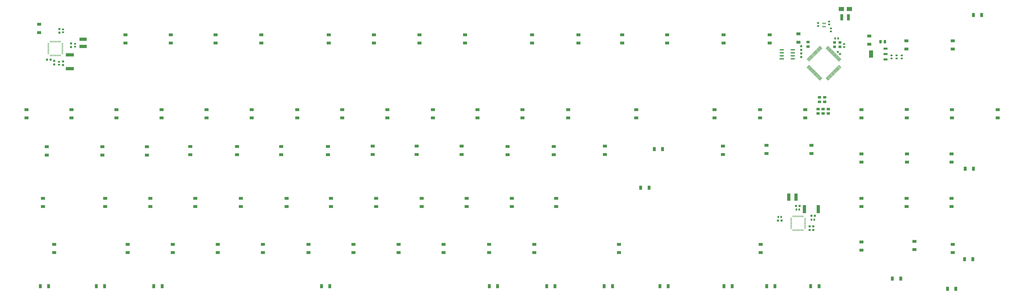
<source format=gbr>
%TF.GenerationSoftware,KiCad,Pcbnew,(5.1.8)-1*%
%TF.CreationDate,2021-04-07T21:25:26-04:00*%
%TF.ProjectId,694200101,36393432-3030-4313-9031-2e6b69636164,rev?*%
%TF.SameCoordinates,Original*%
%TF.FileFunction,Paste,Bot*%
%TF.FilePolarity,Positive*%
%FSLAX46Y46*%
G04 Gerber Fmt 4.6, Leading zero omitted, Abs format (unit mm)*
G04 Created by KiCad (PCBNEW (5.1.8)-1) date 2021-04-07 21:25:26*
%MOMM*%
%LPD*%
G01*
G04 APERTURE LIST*
%ADD10R,0.750000X0.200000*%
%ADD11R,0.200000X0.750000*%
%ADD12R,0.350000X0.750000*%
%ADD13R,1.300000X1.700000*%
%ADD14R,1.700000X1.300000*%
%ADD15R,0.862132X0.690831*%
%ADD16R,2.184400X1.651000*%
%ADD17R,0.708716X0.812132*%
%ADD18R,0.812132X0.708716*%
%ADD19R,0.812132X0.758142*%
%ADD20R,0.812132X0.708142*%
%ADD21R,0.758142X0.812132*%
%ADD22C,0.100000*%
%ADD23R,1.380000X1.010000*%
%ADD24R,1.300000X1.100000*%
%ADD25R,1.340000X3.020000*%
%ADD26R,3.020000X1.340000*%
%ADD27R,0.930000X0.950000*%
%ADD28R,0.950000X0.930000*%
%ADD29R,1.330000X3.460000*%
%ADD30R,3.460000X1.330000*%
%ADD31R,0.900000X0.970000*%
%ADD32R,0.970000X0.900000*%
%ADD33R,1.761200X3.150799*%
%ADD34R,1.761200X0.850800*%
%ADD35R,1.874066X0.512132*%
G04 APERTURE END LIST*
%TO.C,C25*%
G36*
G01*
X379280000Y-15527000D02*
X379280000Y-16477000D01*
G75*
G02*
X379030000Y-16727000I-250000J0D01*
G01*
X378530000Y-16727000D01*
G75*
G02*
X378280000Y-16477000I0J250000D01*
G01*
X378280000Y-15527000D01*
G75*
G02*
X378530000Y-15277000I250000J0D01*
G01*
X379030000Y-15277000D01*
G75*
G02*
X379280000Y-15527000I0J-250000D01*
G01*
G37*
G36*
G01*
X381180000Y-15527000D02*
X381180000Y-16477000D01*
G75*
G02*
X380930000Y-16727000I-250000J0D01*
G01*
X380430000Y-16727000D01*
G75*
G02*
X380180000Y-16477000I0J250000D01*
G01*
X380180000Y-15527000D01*
G75*
G02*
X380430000Y-15277000I250000J0D01*
G01*
X380930000Y-15277000D01*
G75*
G02*
X381180000Y-15527000I0J-250000D01*
G01*
G37*
%TD*%
D10*
%TO.C,U6*%
X346926999Y-95062400D03*
X346926999Y-94662400D03*
X346926999Y-94262400D03*
X346926999Y-93862400D03*
X346926999Y-93462400D03*
X346926999Y-93062400D03*
X346926999Y-92662400D03*
X346926999Y-92262400D03*
X346926999Y-91862400D03*
X346926999Y-91462400D03*
X346926999Y-91062400D03*
X346926999Y-90662400D03*
D11*
X346201999Y-89937400D03*
X345801999Y-89937400D03*
X345401999Y-89937400D03*
X345001999Y-89937400D03*
X344601999Y-89937400D03*
X344201999Y-89937400D03*
X343801999Y-89937400D03*
X343401999Y-89937400D03*
X343001999Y-89937400D03*
X342601999Y-89937400D03*
X342201999Y-89937400D03*
X341801999Y-89937400D03*
D10*
X341076999Y-90662400D03*
X341076999Y-91062400D03*
X341076999Y-91462400D03*
X341076999Y-91862400D03*
X341076999Y-92262400D03*
X341076999Y-92662400D03*
X341076999Y-93062400D03*
X341076999Y-93462400D03*
X341076999Y-93862400D03*
X341076999Y-94262400D03*
X341076999Y-94662400D03*
X341076999Y-95062400D03*
D11*
X341801999Y-95787400D03*
X342201999Y-95787400D03*
X342601999Y-95787400D03*
X343001999Y-95787400D03*
X343401999Y-95787400D03*
X343801999Y-95787400D03*
X344201999Y-95787400D03*
X344601999Y-95787400D03*
X345001999Y-95787400D03*
X345401999Y-95787400D03*
X345801999Y-95787400D03*
X346201999Y-95787400D03*
%TD*%
%TO.C,U5*%
X28534000Y-21848000D03*
X28934000Y-21848000D03*
X29334000Y-21848000D03*
X29734000Y-21848000D03*
X30134000Y-21848000D03*
X30534000Y-21848000D03*
X30934000Y-21848000D03*
X31334000Y-21848000D03*
X31734000Y-21848000D03*
X32134000Y-21848000D03*
X32534000Y-21848000D03*
X32934000Y-21848000D03*
D10*
X33659000Y-21123000D03*
X33659000Y-20723000D03*
X33659000Y-20323000D03*
X33659000Y-19923000D03*
X33659000Y-19523000D03*
X33659000Y-19123000D03*
X33659000Y-18723000D03*
X33659000Y-18323000D03*
X33659000Y-17923000D03*
X33659000Y-17523000D03*
X33659000Y-17123000D03*
X33659000Y-16723000D03*
D11*
X32934000Y-15998000D03*
X32534000Y-15998000D03*
X32134000Y-15998000D03*
X31734000Y-15998000D03*
X31334000Y-15998000D03*
X30934000Y-15998000D03*
X30534000Y-15998000D03*
X30134000Y-15998000D03*
X29734000Y-15998000D03*
X29334000Y-15998000D03*
X28934000Y-15998000D03*
X28534000Y-15998000D03*
D10*
X27809000Y-16723000D03*
X27809000Y-17123000D03*
X27809000Y-17523000D03*
X27809000Y-17923000D03*
X27809000Y-18323000D03*
X27809000Y-18723000D03*
X27809000Y-19123000D03*
X27809000Y-19523000D03*
X27809000Y-19923000D03*
X27809000Y-20323000D03*
X27809000Y-20723000D03*
X27809000Y-21123000D03*
%TD*%
D12*
%TO.C,U2*%
X355490400Y-9681600D03*
X354990400Y-9681600D03*
X354490400Y-9681600D03*
X354490400Y-8301600D03*
X354990400Y-8301600D03*
X355490400Y-8301600D03*
%TD*%
D13*
%TO.C,D108*%
X417750000Y-108000000D03*
X414250000Y-108000000D03*
%TD*%
%TO.C,D107*%
X418000000Y-69750000D03*
X414500000Y-69750000D03*
%TD*%
D14*
%TO.C,D106*%
X428250000Y-44750000D03*
X428250000Y-48250000D03*
%TD*%
D13*
%TO.C,D105*%
X410550000Y-120600000D03*
X407050000Y-120600000D03*
%TD*%
D14*
%TO.C,D104*%
X409250000Y-101750000D03*
X409250000Y-105250000D03*
%TD*%
%TO.C,D103*%
X408750000Y-82250000D03*
X408750000Y-85750000D03*
%TD*%
%TO.C,D102*%
X408750000Y-63500000D03*
X408750000Y-67000000D03*
%TD*%
%TO.C,D101*%
X408962500Y-44750000D03*
X408962500Y-48250000D03*
%TD*%
%TO.C,D100*%
X409287500Y-15650000D03*
X409287500Y-19150000D03*
%TD*%
%TO.C,D99*%
X393065000Y-100485000D03*
X393065000Y-103985000D03*
%TD*%
%TO.C,D98*%
X389787500Y-82250000D03*
X389787500Y-85750000D03*
%TD*%
%TO.C,D97*%
X390000000Y-63500000D03*
X390000000Y-67000000D03*
%TD*%
%TO.C,D96*%
X389890000Y-44732000D03*
X389890000Y-48232000D03*
%TD*%
%TO.C,D95*%
X389750000Y-15650000D03*
X389750000Y-19150000D03*
%TD*%
D13*
%TO.C,D94*%
X421500000Y-4699000D03*
X418000000Y-4699000D03*
%TD*%
%TO.C,D93*%
X383822000Y-116205000D03*
X387322000Y-116205000D03*
%TD*%
D14*
%TO.C,D92*%
X370750000Y-100739000D03*
X370750000Y-104239000D03*
%TD*%
%TO.C,D91*%
X370750000Y-82250000D03*
X370750000Y-85750000D03*
%TD*%
%TO.C,D90*%
X370750000Y-63500000D03*
X370750000Y-67000000D03*
%TD*%
%TO.C,D89*%
X370750000Y-44750000D03*
X370750000Y-48250000D03*
%TD*%
%TO.C,D88*%
X374015000Y-13617000D03*
X374015000Y-17117000D03*
%TD*%
D13*
%TO.C,D87*%
X349350001Y-119500000D03*
X352850001Y-119500000D03*
%TD*%
D14*
%TO.C,D86*%
X349660500Y-59845000D03*
X349660500Y-63345000D03*
%TD*%
%TO.C,D85*%
X347037500Y-44750000D03*
X347037500Y-48250000D03*
%TD*%
%TO.C,D84*%
X344170000Y-12728000D03*
X344170000Y-16228000D03*
%TD*%
D13*
%TO.C,D83*%
X330750000Y-119500000D03*
X334250000Y-119500000D03*
%TD*%
D14*
%TO.C,D82*%
X328250000Y-101750000D03*
X328250000Y-105250000D03*
%TD*%
%TO.C,D81*%
X330708000Y-59845000D03*
X330708000Y-63345000D03*
%TD*%
%TO.C,D80*%
X328000000Y-44750000D03*
X328000000Y-48250000D03*
%TD*%
%TO.C,D79*%
X332060000Y-13110000D03*
X332060000Y-16610000D03*
%TD*%
D13*
%TO.C,D78*%
X312750000Y-119500000D03*
X316250000Y-119500000D03*
%TD*%
D14*
%TO.C,D77*%
X312293000Y-60226000D03*
X312293000Y-63726000D03*
%TD*%
%TO.C,D76*%
X308750000Y-44750000D03*
X308750000Y-48250000D03*
%TD*%
%TO.C,D75*%
X312560000Y-13110000D03*
X312560000Y-16610000D03*
%TD*%
D13*
%TO.C,D74*%
X285750000Y-119500000D03*
X289250000Y-119500000D03*
%TD*%
%TO.C,D73*%
X283365000Y-61468000D03*
X286865000Y-61468000D03*
%TD*%
D14*
%TO.C,D72*%
X275750000Y-44750000D03*
X275750000Y-48250000D03*
%TD*%
%TO.C,D71*%
X288810000Y-13110000D03*
X288810000Y-16610000D03*
%TD*%
D13*
%TO.C,D70*%
X262250000Y-119500000D03*
X265750000Y-119500000D03*
%TD*%
D14*
%TO.C,D69*%
X268500000Y-101750000D03*
X268500000Y-105250000D03*
%TD*%
D13*
%TO.C,D68*%
X277650000Y-77800000D03*
X281150000Y-77800000D03*
%TD*%
D14*
%TO.C,D67*%
X262509000Y-60226000D03*
X262509000Y-63726000D03*
%TD*%
%TO.C,D66*%
X269810000Y-13110000D03*
X269810000Y-16610000D03*
%TD*%
%TO.C,D65*%
X242000000Y-82250000D03*
X242000000Y-85750000D03*
%TD*%
%TO.C,D64*%
X240919000Y-60353000D03*
X240919000Y-63853000D03*
%TD*%
%TO.C,D63*%
X247037500Y-44750000D03*
X247037500Y-48250000D03*
%TD*%
%TO.C,D62*%
X251333000Y-13109000D03*
X251333000Y-16609000D03*
%TD*%
D13*
%TO.C,D61*%
X238000000Y-119500000D03*
X241500000Y-119500000D03*
%TD*%
D14*
%TO.C,D60*%
X232787500Y-101750000D03*
X232787500Y-105250000D03*
%TD*%
%TO.C,D59*%
X223287500Y-82250000D03*
X223287500Y-85750000D03*
%TD*%
%TO.C,D58*%
X221488000Y-60353000D03*
X221488000Y-63853000D03*
%TD*%
%TO.C,D57*%
X227750000Y-44750000D03*
X227750000Y-48250000D03*
%TD*%
%TO.C,D56*%
X231810000Y-13110000D03*
X231810000Y-16610000D03*
%TD*%
D13*
%TO.C,D55*%
X213750000Y-119500000D03*
X217250000Y-119500000D03*
%TD*%
D14*
%TO.C,D54*%
X213712500Y-101750000D03*
X213712500Y-105250000D03*
%TD*%
%TO.C,D53*%
X204250000Y-82250000D03*
X204250000Y-85750000D03*
%TD*%
%TO.C,D52*%
X202057000Y-60226000D03*
X202057000Y-63726000D03*
%TD*%
%TO.C,D51*%
X208750000Y-44750000D03*
X208750000Y-48250000D03*
%TD*%
%TO.C,D50*%
X203560000Y-13110000D03*
X203560000Y-16610000D03*
%TD*%
%TO.C,D49*%
X194500000Y-101750000D03*
X194500000Y-105250000D03*
%TD*%
%TO.C,D48*%
X185250000Y-82250000D03*
X185250000Y-85750000D03*
%TD*%
%TO.C,D47*%
X183134000Y-60226000D03*
X183134000Y-63726000D03*
%TD*%
%TO.C,D46*%
X190000000Y-44750000D03*
X190000000Y-48250000D03*
%TD*%
%TO.C,D45*%
X184310000Y-13110000D03*
X184310000Y-16610000D03*
%TD*%
%TO.C,D44*%
X175500000Y-101750000D03*
X175500000Y-105250000D03*
%TD*%
%TO.C,D43*%
X166000000Y-82250000D03*
X166000000Y-85750000D03*
%TD*%
%TO.C,D42*%
X164592000Y-60226000D03*
X164592000Y-63726000D03*
%TD*%
%TO.C,D41*%
X170750000Y-44750000D03*
X170750000Y-48250000D03*
%TD*%
%TO.C,D40*%
X165060000Y-13110000D03*
X165060000Y-16610000D03*
%TD*%
%TO.C,D39*%
X156500000Y-101750000D03*
X156500000Y-105250000D03*
%TD*%
%TO.C,D38*%
X147000000Y-82250000D03*
X147000000Y-85750000D03*
%TD*%
%TO.C,D37*%
X145669000Y-60353000D03*
X145669000Y-63853000D03*
%TD*%
%TO.C,D36*%
X151750000Y-44750000D03*
X151750000Y-48250000D03*
%TD*%
%TO.C,D35*%
X146060000Y-13110000D03*
X146060000Y-16610000D03*
%TD*%
D13*
%TO.C,D34*%
X143000000Y-119500000D03*
X146500000Y-119500000D03*
%TD*%
D14*
%TO.C,D33*%
X137500000Y-101750000D03*
X137500000Y-105250000D03*
%TD*%
%TO.C,D32*%
X128250000Y-82250000D03*
X128250000Y-85750000D03*
%TD*%
%TO.C,D31*%
X125984000Y-60353000D03*
X125984000Y-63853000D03*
%TD*%
%TO.C,D30*%
X132750000Y-44750000D03*
X132750000Y-48250000D03*
%TD*%
%TO.C,D29*%
X118250000Y-101750000D03*
X118250000Y-105250000D03*
%TD*%
%TO.C,D28*%
X109000000Y-82250000D03*
X109000000Y-85750000D03*
%TD*%
%TO.C,D27*%
X107315000Y-60353000D03*
X107315000Y-63853000D03*
%TD*%
%TO.C,D26*%
X113500000Y-44750000D03*
X113500000Y-48250000D03*
%TD*%
%TO.C,D25*%
X117560000Y-13110000D03*
X117560000Y-16610000D03*
%TD*%
%TO.C,D24*%
X99250000Y-101750000D03*
X99250000Y-105250000D03*
%TD*%
%TO.C,D23*%
X89750000Y-82250000D03*
X89750000Y-85750000D03*
%TD*%
%TO.C,D22*%
X87630000Y-60353000D03*
X87630000Y-63853000D03*
%TD*%
%TO.C,D21*%
X94500000Y-44750000D03*
X94500000Y-48250000D03*
%TD*%
%TO.C,D20*%
X98310000Y-13110000D03*
X98310000Y-16610000D03*
%TD*%
D13*
%TO.C,D19*%
X72250000Y-119500000D03*
X75750000Y-119500000D03*
%TD*%
D14*
%TO.C,D18*%
X80250000Y-101750000D03*
X80250000Y-105250000D03*
%TD*%
%TO.C,D17*%
X70750000Y-82250000D03*
X70750000Y-85750000D03*
%TD*%
%TO.C,D16*%
X69342000Y-60480000D03*
X69342000Y-63980000D03*
%TD*%
%TO.C,D15*%
X75500000Y-44750000D03*
X75500000Y-48250000D03*
%TD*%
%TO.C,D14*%
X79375000Y-13110000D03*
X79375000Y-16610000D03*
%TD*%
%TO.C,D13*%
X61250000Y-101750000D03*
X61250000Y-105250000D03*
%TD*%
%TO.C,D12*%
X51750000Y-82250000D03*
X51750000Y-85750000D03*
%TD*%
%TO.C,D11*%
X50546000Y-60480000D03*
X50546000Y-63980000D03*
%TD*%
%TO.C,D10*%
X56500000Y-44750000D03*
X56500000Y-48250000D03*
%TD*%
%TO.C,D9*%
X60310000Y-13110000D03*
X60310000Y-16610000D03*
%TD*%
D13*
%TO.C,D8*%
X48000000Y-119500000D03*
X51500000Y-119500000D03*
%TD*%
D14*
%TO.C,D7*%
X30250000Y-101750000D03*
X30250000Y-105250000D03*
%TD*%
%TO.C,D6*%
X37500000Y-44750000D03*
X37500000Y-48250000D03*
%TD*%
D13*
%TO.C,D5*%
X24350001Y-119500000D03*
X27850001Y-119500000D03*
%TD*%
D14*
%TO.C,D4*%
X25500000Y-82250000D03*
X25500000Y-85750000D03*
%TD*%
%TO.C,D3*%
X27051000Y-60480000D03*
X27051000Y-63980000D03*
%TD*%
%TO.C,D2*%
X18500000Y-44750000D03*
X18500000Y-48250000D03*
%TD*%
%TO.C,D1*%
X23876000Y-12164000D03*
X23876000Y-8664000D03*
%TD*%
%TO.C,F1*%
G36*
G01*
X364630000Y-6790000D02*
X364630000Y-4640000D01*
G75*
G02*
X364880000Y-4390000I250000J0D01*
G01*
X365630000Y-4390000D01*
G75*
G02*
X365880000Y-4640000I0J-250000D01*
G01*
X365880000Y-6790000D01*
G75*
G02*
X365630000Y-7040000I-250000J0D01*
G01*
X364880000Y-7040000D01*
G75*
G02*
X364630000Y-6790000I0J250000D01*
G01*
G37*
G36*
G01*
X361830000Y-6790000D02*
X361830000Y-4640000D01*
G75*
G02*
X362080000Y-4390000I250000J0D01*
G01*
X362830000Y-4390000D01*
G75*
G02*
X363080000Y-4640000I0J-250000D01*
G01*
X363080000Y-6790000D01*
G75*
G02*
X362830000Y-7040000I-250000J0D01*
G01*
X362080000Y-7040000D01*
G75*
G02*
X361830000Y-6790000I0J250000D01*
G01*
G37*
%TD*%
%TO.C,U3*%
G36*
G01*
X353214910Y-17880478D02*
X354204860Y-18870428D01*
G75*
G02*
X354204860Y-18976494I-53033J-53033D01*
G01*
X354098794Y-19082560D01*
G75*
G02*
X353992728Y-19082560I-53033J53033D01*
G01*
X353002778Y-18092610D01*
G75*
G02*
X353002778Y-17986544I53033J53033D01*
G01*
X353108844Y-17880478D01*
G75*
G02*
X353214910Y-17880478I53033J-53033D01*
G01*
G37*
G36*
G01*
X352861357Y-18234031D02*
X353851307Y-19223981D01*
G75*
G02*
X353851307Y-19330047I-53033J-53033D01*
G01*
X353745241Y-19436113D01*
G75*
G02*
X353639175Y-19436113I-53033J53033D01*
G01*
X352649225Y-18446163D01*
G75*
G02*
X352649225Y-18340097I53033J53033D01*
G01*
X352755291Y-18234031D01*
G75*
G02*
X352861357Y-18234031I53033J-53033D01*
G01*
G37*
G36*
G01*
X352507804Y-18587584D02*
X353497754Y-19577534D01*
G75*
G02*
X353497754Y-19683600I-53033J-53033D01*
G01*
X353391688Y-19789666D01*
G75*
G02*
X353285622Y-19789666I-53033J53033D01*
G01*
X352295672Y-18799716D01*
G75*
G02*
X352295672Y-18693650I53033J53033D01*
G01*
X352401738Y-18587584D01*
G75*
G02*
X352507804Y-18587584I53033J-53033D01*
G01*
G37*
G36*
G01*
X352154250Y-18941138D02*
X353144200Y-19931088D01*
G75*
G02*
X353144200Y-20037154I-53033J-53033D01*
G01*
X353038134Y-20143220D01*
G75*
G02*
X352932068Y-20143220I-53033J53033D01*
G01*
X351942118Y-19153270D01*
G75*
G02*
X351942118Y-19047204I53033J53033D01*
G01*
X352048184Y-18941138D01*
G75*
G02*
X352154250Y-18941138I53033J-53033D01*
G01*
G37*
G36*
G01*
X351800697Y-19294691D02*
X352790647Y-20284641D01*
G75*
G02*
X352790647Y-20390707I-53033J-53033D01*
G01*
X352684581Y-20496773D01*
G75*
G02*
X352578515Y-20496773I-53033J53033D01*
G01*
X351588565Y-19506823D01*
G75*
G02*
X351588565Y-19400757I53033J53033D01*
G01*
X351694631Y-19294691D01*
G75*
G02*
X351800697Y-19294691I53033J-53033D01*
G01*
G37*
G36*
G01*
X351447143Y-19648245D02*
X352437093Y-20638195D01*
G75*
G02*
X352437093Y-20744261I-53033J-53033D01*
G01*
X352331027Y-20850327D01*
G75*
G02*
X352224961Y-20850327I-53033J53033D01*
G01*
X351235011Y-19860377D01*
G75*
G02*
X351235011Y-19754311I53033J53033D01*
G01*
X351341077Y-19648245D01*
G75*
G02*
X351447143Y-19648245I53033J-53033D01*
G01*
G37*
G36*
G01*
X351093590Y-20001798D02*
X352083540Y-20991748D01*
G75*
G02*
X352083540Y-21097814I-53033J-53033D01*
G01*
X351977474Y-21203880D01*
G75*
G02*
X351871408Y-21203880I-53033J53033D01*
G01*
X350881458Y-20213930D01*
G75*
G02*
X350881458Y-20107864I53033J53033D01*
G01*
X350987524Y-20001798D01*
G75*
G02*
X351093590Y-20001798I53033J-53033D01*
G01*
G37*
G36*
G01*
X350740037Y-20355351D02*
X351729987Y-21345301D01*
G75*
G02*
X351729987Y-21451367I-53033J-53033D01*
G01*
X351623921Y-21557433D01*
G75*
G02*
X351517855Y-21557433I-53033J53033D01*
G01*
X350527905Y-20567483D01*
G75*
G02*
X350527905Y-20461417I53033J53033D01*
G01*
X350633971Y-20355351D01*
G75*
G02*
X350740037Y-20355351I53033J-53033D01*
G01*
G37*
G36*
G01*
X350386483Y-20708905D02*
X351376433Y-21698855D01*
G75*
G02*
X351376433Y-21804921I-53033J-53033D01*
G01*
X351270367Y-21910987D01*
G75*
G02*
X351164301Y-21910987I-53033J53033D01*
G01*
X350174351Y-20921037D01*
G75*
G02*
X350174351Y-20814971I53033J53033D01*
G01*
X350280417Y-20708905D01*
G75*
G02*
X350386483Y-20708905I53033J-53033D01*
G01*
G37*
G36*
G01*
X350032930Y-21062458D02*
X351022880Y-22052408D01*
G75*
G02*
X351022880Y-22158474I-53033J-53033D01*
G01*
X350916814Y-22264540D01*
G75*
G02*
X350810748Y-22264540I-53033J53033D01*
G01*
X349820798Y-21274590D01*
G75*
G02*
X349820798Y-21168524I53033J53033D01*
G01*
X349926864Y-21062458D01*
G75*
G02*
X350032930Y-21062458I53033J-53033D01*
G01*
G37*
G36*
G01*
X349679377Y-21416011D02*
X350669327Y-22405961D01*
G75*
G02*
X350669327Y-22512027I-53033J-53033D01*
G01*
X350563261Y-22618093D01*
G75*
G02*
X350457195Y-22618093I-53033J53033D01*
G01*
X349467245Y-21628143D01*
G75*
G02*
X349467245Y-21522077I53033J53033D01*
G01*
X349573311Y-21416011D01*
G75*
G02*
X349679377Y-21416011I53033J-53033D01*
G01*
G37*
G36*
G01*
X349325823Y-21769565D02*
X350315773Y-22759515D01*
G75*
G02*
X350315773Y-22865581I-53033J-53033D01*
G01*
X350209707Y-22971647D01*
G75*
G02*
X350103641Y-22971647I-53033J53033D01*
G01*
X349113691Y-21981697D01*
G75*
G02*
X349113691Y-21875631I53033J53033D01*
G01*
X349219757Y-21769565D01*
G75*
G02*
X349325823Y-21769565I53033J-53033D01*
G01*
G37*
G36*
G01*
X348972270Y-22123118D02*
X349962220Y-23113068D01*
G75*
G02*
X349962220Y-23219134I-53033J-53033D01*
G01*
X349856154Y-23325200D01*
G75*
G02*
X349750088Y-23325200I-53033J53033D01*
G01*
X348760138Y-22335250D01*
G75*
G02*
X348760138Y-22229184I53033J53033D01*
G01*
X348866204Y-22123118D01*
G75*
G02*
X348972270Y-22123118I53033J-53033D01*
G01*
G37*
G36*
G01*
X348618716Y-22476672D02*
X349608666Y-23466622D01*
G75*
G02*
X349608666Y-23572688I-53033J-53033D01*
G01*
X349502600Y-23678754D01*
G75*
G02*
X349396534Y-23678754I-53033J53033D01*
G01*
X348406584Y-22688804D01*
G75*
G02*
X348406584Y-22582738I53033J53033D01*
G01*
X348512650Y-22476672D01*
G75*
G02*
X348618716Y-22476672I53033J-53033D01*
G01*
G37*
G36*
G01*
X348265163Y-22830225D02*
X349255113Y-23820175D01*
G75*
G02*
X349255113Y-23926241I-53033J-53033D01*
G01*
X349149047Y-24032307D01*
G75*
G02*
X349042981Y-24032307I-53033J53033D01*
G01*
X348053031Y-23042357D01*
G75*
G02*
X348053031Y-22936291I53033J53033D01*
G01*
X348159097Y-22830225D01*
G75*
G02*
X348265163Y-22830225I53033J-53033D01*
G01*
G37*
G36*
G01*
X347911610Y-23183778D02*
X348901560Y-24173728D01*
G75*
G02*
X348901560Y-24279794I-53033J-53033D01*
G01*
X348795494Y-24385860D01*
G75*
G02*
X348689428Y-24385860I-53033J53033D01*
G01*
X347699478Y-23395910D01*
G75*
G02*
X347699478Y-23289844I53033J53033D01*
G01*
X347805544Y-23183778D01*
G75*
G02*
X347911610Y-23183778I53033J-53033D01*
G01*
G37*
G36*
G01*
X348795494Y-25906140D02*
X348901560Y-26012206D01*
G75*
G02*
X348901560Y-26118272I-53033J-53033D01*
G01*
X347911610Y-27108222D01*
G75*
G02*
X347805544Y-27108222I-53033J53033D01*
G01*
X347699478Y-27002156D01*
G75*
G02*
X347699478Y-26896090I53033J53033D01*
G01*
X348689428Y-25906140D01*
G75*
G02*
X348795494Y-25906140I53033J-53033D01*
G01*
G37*
G36*
G01*
X349149047Y-26259693D02*
X349255113Y-26365759D01*
G75*
G02*
X349255113Y-26471825I-53033J-53033D01*
G01*
X348265163Y-27461775D01*
G75*
G02*
X348159097Y-27461775I-53033J53033D01*
G01*
X348053031Y-27355709D01*
G75*
G02*
X348053031Y-27249643I53033J53033D01*
G01*
X349042981Y-26259693D01*
G75*
G02*
X349149047Y-26259693I53033J-53033D01*
G01*
G37*
G36*
G01*
X349502600Y-26613246D02*
X349608666Y-26719312D01*
G75*
G02*
X349608666Y-26825378I-53033J-53033D01*
G01*
X348618716Y-27815328D01*
G75*
G02*
X348512650Y-27815328I-53033J53033D01*
G01*
X348406584Y-27709262D01*
G75*
G02*
X348406584Y-27603196I53033J53033D01*
G01*
X349396534Y-26613246D01*
G75*
G02*
X349502600Y-26613246I53033J-53033D01*
G01*
G37*
G36*
G01*
X349856154Y-26966800D02*
X349962220Y-27072866D01*
G75*
G02*
X349962220Y-27178932I-53033J-53033D01*
G01*
X348972270Y-28168882D01*
G75*
G02*
X348866204Y-28168882I-53033J53033D01*
G01*
X348760138Y-28062816D01*
G75*
G02*
X348760138Y-27956750I53033J53033D01*
G01*
X349750088Y-26966800D01*
G75*
G02*
X349856154Y-26966800I53033J-53033D01*
G01*
G37*
G36*
G01*
X350209707Y-27320353D02*
X350315773Y-27426419D01*
G75*
G02*
X350315773Y-27532485I-53033J-53033D01*
G01*
X349325823Y-28522435D01*
G75*
G02*
X349219757Y-28522435I-53033J53033D01*
G01*
X349113691Y-28416369D01*
G75*
G02*
X349113691Y-28310303I53033J53033D01*
G01*
X350103641Y-27320353D01*
G75*
G02*
X350209707Y-27320353I53033J-53033D01*
G01*
G37*
G36*
G01*
X350563261Y-27673907D02*
X350669327Y-27779973D01*
G75*
G02*
X350669327Y-27886039I-53033J-53033D01*
G01*
X349679377Y-28875989D01*
G75*
G02*
X349573311Y-28875989I-53033J53033D01*
G01*
X349467245Y-28769923D01*
G75*
G02*
X349467245Y-28663857I53033J53033D01*
G01*
X350457195Y-27673907D01*
G75*
G02*
X350563261Y-27673907I53033J-53033D01*
G01*
G37*
G36*
G01*
X350916814Y-28027460D02*
X351022880Y-28133526D01*
G75*
G02*
X351022880Y-28239592I-53033J-53033D01*
G01*
X350032930Y-29229542D01*
G75*
G02*
X349926864Y-29229542I-53033J53033D01*
G01*
X349820798Y-29123476D01*
G75*
G02*
X349820798Y-29017410I53033J53033D01*
G01*
X350810748Y-28027460D01*
G75*
G02*
X350916814Y-28027460I53033J-53033D01*
G01*
G37*
G36*
G01*
X351270367Y-28381013D02*
X351376433Y-28487079D01*
G75*
G02*
X351376433Y-28593145I-53033J-53033D01*
G01*
X350386483Y-29583095D01*
G75*
G02*
X350280417Y-29583095I-53033J53033D01*
G01*
X350174351Y-29477029D01*
G75*
G02*
X350174351Y-29370963I53033J53033D01*
G01*
X351164301Y-28381013D01*
G75*
G02*
X351270367Y-28381013I53033J-53033D01*
G01*
G37*
G36*
G01*
X351623921Y-28734567D02*
X351729987Y-28840633D01*
G75*
G02*
X351729987Y-28946699I-53033J-53033D01*
G01*
X350740037Y-29936649D01*
G75*
G02*
X350633971Y-29936649I-53033J53033D01*
G01*
X350527905Y-29830583D01*
G75*
G02*
X350527905Y-29724517I53033J53033D01*
G01*
X351517855Y-28734567D01*
G75*
G02*
X351623921Y-28734567I53033J-53033D01*
G01*
G37*
G36*
G01*
X351977474Y-29088120D02*
X352083540Y-29194186D01*
G75*
G02*
X352083540Y-29300252I-53033J-53033D01*
G01*
X351093590Y-30290202D01*
G75*
G02*
X350987524Y-30290202I-53033J53033D01*
G01*
X350881458Y-30184136D01*
G75*
G02*
X350881458Y-30078070I53033J53033D01*
G01*
X351871408Y-29088120D01*
G75*
G02*
X351977474Y-29088120I53033J-53033D01*
G01*
G37*
G36*
G01*
X352331027Y-29441673D02*
X352437093Y-29547739D01*
G75*
G02*
X352437093Y-29653805I-53033J-53033D01*
G01*
X351447143Y-30643755D01*
G75*
G02*
X351341077Y-30643755I-53033J53033D01*
G01*
X351235011Y-30537689D01*
G75*
G02*
X351235011Y-30431623I53033J53033D01*
G01*
X352224961Y-29441673D01*
G75*
G02*
X352331027Y-29441673I53033J-53033D01*
G01*
G37*
G36*
G01*
X352684581Y-29795227D02*
X352790647Y-29901293D01*
G75*
G02*
X352790647Y-30007359I-53033J-53033D01*
G01*
X351800697Y-30997309D01*
G75*
G02*
X351694631Y-30997309I-53033J53033D01*
G01*
X351588565Y-30891243D01*
G75*
G02*
X351588565Y-30785177I53033J53033D01*
G01*
X352578515Y-29795227D01*
G75*
G02*
X352684581Y-29795227I53033J-53033D01*
G01*
G37*
G36*
G01*
X353038134Y-30148780D02*
X353144200Y-30254846D01*
G75*
G02*
X353144200Y-30360912I-53033J-53033D01*
G01*
X352154250Y-31350862D01*
G75*
G02*
X352048184Y-31350862I-53033J53033D01*
G01*
X351942118Y-31244796D01*
G75*
G02*
X351942118Y-31138730I53033J53033D01*
G01*
X352932068Y-30148780D01*
G75*
G02*
X353038134Y-30148780I53033J-53033D01*
G01*
G37*
G36*
G01*
X353391688Y-30502334D02*
X353497754Y-30608400D01*
G75*
G02*
X353497754Y-30714466I-53033J-53033D01*
G01*
X352507804Y-31704416D01*
G75*
G02*
X352401738Y-31704416I-53033J53033D01*
G01*
X352295672Y-31598350D01*
G75*
G02*
X352295672Y-31492284I53033J53033D01*
G01*
X353285622Y-30502334D01*
G75*
G02*
X353391688Y-30502334I53033J-53033D01*
G01*
G37*
G36*
G01*
X353745241Y-30855887D02*
X353851307Y-30961953D01*
G75*
G02*
X353851307Y-31068019I-53033J-53033D01*
G01*
X352861357Y-32057969D01*
G75*
G02*
X352755291Y-32057969I-53033J53033D01*
G01*
X352649225Y-31951903D01*
G75*
G02*
X352649225Y-31845837I53033J53033D01*
G01*
X353639175Y-30855887D01*
G75*
G02*
X353745241Y-30855887I53033J-53033D01*
G01*
G37*
G36*
G01*
X354098794Y-31209440D02*
X354204860Y-31315506D01*
G75*
G02*
X354204860Y-31421572I-53033J-53033D01*
G01*
X353214910Y-32411522D01*
G75*
G02*
X353108844Y-32411522I-53033J53033D01*
G01*
X353002778Y-32305456D01*
G75*
G02*
X353002778Y-32199390I53033J53033D01*
G01*
X353992728Y-31209440D01*
G75*
G02*
X354098794Y-31209440I53033J-53033D01*
G01*
G37*
G36*
G01*
X355937272Y-31209440D02*
X356927222Y-32199390D01*
G75*
G02*
X356927222Y-32305456I-53033J-53033D01*
G01*
X356821156Y-32411522D01*
G75*
G02*
X356715090Y-32411522I-53033J53033D01*
G01*
X355725140Y-31421572D01*
G75*
G02*
X355725140Y-31315506I53033J53033D01*
G01*
X355831206Y-31209440D01*
G75*
G02*
X355937272Y-31209440I53033J-53033D01*
G01*
G37*
G36*
G01*
X356290825Y-30855887D02*
X357280775Y-31845837D01*
G75*
G02*
X357280775Y-31951903I-53033J-53033D01*
G01*
X357174709Y-32057969D01*
G75*
G02*
X357068643Y-32057969I-53033J53033D01*
G01*
X356078693Y-31068019D01*
G75*
G02*
X356078693Y-30961953I53033J53033D01*
G01*
X356184759Y-30855887D01*
G75*
G02*
X356290825Y-30855887I53033J-53033D01*
G01*
G37*
G36*
G01*
X356644378Y-30502334D02*
X357634328Y-31492284D01*
G75*
G02*
X357634328Y-31598350I-53033J-53033D01*
G01*
X357528262Y-31704416D01*
G75*
G02*
X357422196Y-31704416I-53033J53033D01*
G01*
X356432246Y-30714466D01*
G75*
G02*
X356432246Y-30608400I53033J53033D01*
G01*
X356538312Y-30502334D01*
G75*
G02*
X356644378Y-30502334I53033J-53033D01*
G01*
G37*
G36*
G01*
X356997932Y-30148780D02*
X357987882Y-31138730D01*
G75*
G02*
X357987882Y-31244796I-53033J-53033D01*
G01*
X357881816Y-31350862D01*
G75*
G02*
X357775750Y-31350862I-53033J53033D01*
G01*
X356785800Y-30360912D01*
G75*
G02*
X356785800Y-30254846I53033J53033D01*
G01*
X356891866Y-30148780D01*
G75*
G02*
X356997932Y-30148780I53033J-53033D01*
G01*
G37*
G36*
G01*
X357351485Y-29795227D02*
X358341435Y-30785177D01*
G75*
G02*
X358341435Y-30891243I-53033J-53033D01*
G01*
X358235369Y-30997309D01*
G75*
G02*
X358129303Y-30997309I-53033J53033D01*
G01*
X357139353Y-30007359D01*
G75*
G02*
X357139353Y-29901293I53033J53033D01*
G01*
X357245419Y-29795227D01*
G75*
G02*
X357351485Y-29795227I53033J-53033D01*
G01*
G37*
G36*
G01*
X357705039Y-29441673D02*
X358694989Y-30431623D01*
G75*
G02*
X358694989Y-30537689I-53033J-53033D01*
G01*
X358588923Y-30643755D01*
G75*
G02*
X358482857Y-30643755I-53033J53033D01*
G01*
X357492907Y-29653805D01*
G75*
G02*
X357492907Y-29547739I53033J53033D01*
G01*
X357598973Y-29441673D01*
G75*
G02*
X357705039Y-29441673I53033J-53033D01*
G01*
G37*
G36*
G01*
X358058592Y-29088120D02*
X359048542Y-30078070D01*
G75*
G02*
X359048542Y-30184136I-53033J-53033D01*
G01*
X358942476Y-30290202D01*
G75*
G02*
X358836410Y-30290202I-53033J53033D01*
G01*
X357846460Y-29300252D01*
G75*
G02*
X357846460Y-29194186I53033J53033D01*
G01*
X357952526Y-29088120D01*
G75*
G02*
X358058592Y-29088120I53033J-53033D01*
G01*
G37*
G36*
G01*
X358412145Y-28734567D02*
X359402095Y-29724517D01*
G75*
G02*
X359402095Y-29830583I-53033J-53033D01*
G01*
X359296029Y-29936649D01*
G75*
G02*
X359189963Y-29936649I-53033J53033D01*
G01*
X358200013Y-28946699D01*
G75*
G02*
X358200013Y-28840633I53033J53033D01*
G01*
X358306079Y-28734567D01*
G75*
G02*
X358412145Y-28734567I53033J-53033D01*
G01*
G37*
G36*
G01*
X358765699Y-28381013D02*
X359755649Y-29370963D01*
G75*
G02*
X359755649Y-29477029I-53033J-53033D01*
G01*
X359649583Y-29583095D01*
G75*
G02*
X359543517Y-29583095I-53033J53033D01*
G01*
X358553567Y-28593145D01*
G75*
G02*
X358553567Y-28487079I53033J53033D01*
G01*
X358659633Y-28381013D01*
G75*
G02*
X358765699Y-28381013I53033J-53033D01*
G01*
G37*
G36*
G01*
X359119252Y-28027460D02*
X360109202Y-29017410D01*
G75*
G02*
X360109202Y-29123476I-53033J-53033D01*
G01*
X360003136Y-29229542D01*
G75*
G02*
X359897070Y-29229542I-53033J53033D01*
G01*
X358907120Y-28239592D01*
G75*
G02*
X358907120Y-28133526I53033J53033D01*
G01*
X359013186Y-28027460D01*
G75*
G02*
X359119252Y-28027460I53033J-53033D01*
G01*
G37*
G36*
G01*
X359472805Y-27673907D02*
X360462755Y-28663857D01*
G75*
G02*
X360462755Y-28769923I-53033J-53033D01*
G01*
X360356689Y-28875989D01*
G75*
G02*
X360250623Y-28875989I-53033J53033D01*
G01*
X359260673Y-27886039D01*
G75*
G02*
X359260673Y-27779973I53033J53033D01*
G01*
X359366739Y-27673907D01*
G75*
G02*
X359472805Y-27673907I53033J-53033D01*
G01*
G37*
G36*
G01*
X359826359Y-27320353D02*
X360816309Y-28310303D01*
G75*
G02*
X360816309Y-28416369I-53033J-53033D01*
G01*
X360710243Y-28522435D01*
G75*
G02*
X360604177Y-28522435I-53033J53033D01*
G01*
X359614227Y-27532485D01*
G75*
G02*
X359614227Y-27426419I53033J53033D01*
G01*
X359720293Y-27320353D01*
G75*
G02*
X359826359Y-27320353I53033J-53033D01*
G01*
G37*
G36*
G01*
X360179912Y-26966800D02*
X361169862Y-27956750D01*
G75*
G02*
X361169862Y-28062816I-53033J-53033D01*
G01*
X361063796Y-28168882D01*
G75*
G02*
X360957730Y-28168882I-53033J53033D01*
G01*
X359967780Y-27178932D01*
G75*
G02*
X359967780Y-27072866I53033J53033D01*
G01*
X360073846Y-26966800D01*
G75*
G02*
X360179912Y-26966800I53033J-53033D01*
G01*
G37*
G36*
G01*
X360533466Y-26613246D02*
X361523416Y-27603196D01*
G75*
G02*
X361523416Y-27709262I-53033J-53033D01*
G01*
X361417350Y-27815328D01*
G75*
G02*
X361311284Y-27815328I-53033J53033D01*
G01*
X360321334Y-26825378D01*
G75*
G02*
X360321334Y-26719312I53033J53033D01*
G01*
X360427400Y-26613246D01*
G75*
G02*
X360533466Y-26613246I53033J-53033D01*
G01*
G37*
G36*
G01*
X360887019Y-26259693D02*
X361876969Y-27249643D01*
G75*
G02*
X361876969Y-27355709I-53033J-53033D01*
G01*
X361770903Y-27461775D01*
G75*
G02*
X361664837Y-27461775I-53033J53033D01*
G01*
X360674887Y-26471825D01*
G75*
G02*
X360674887Y-26365759I53033J53033D01*
G01*
X360780953Y-26259693D01*
G75*
G02*
X360887019Y-26259693I53033J-53033D01*
G01*
G37*
G36*
G01*
X361240572Y-25906140D02*
X362230522Y-26896090D01*
G75*
G02*
X362230522Y-27002156I-53033J-53033D01*
G01*
X362124456Y-27108222D01*
G75*
G02*
X362018390Y-27108222I-53033J53033D01*
G01*
X361028440Y-26118272D01*
G75*
G02*
X361028440Y-26012206I53033J53033D01*
G01*
X361134506Y-25906140D01*
G75*
G02*
X361240572Y-25906140I53033J-53033D01*
G01*
G37*
G36*
G01*
X362124456Y-23183778D02*
X362230522Y-23289844D01*
G75*
G02*
X362230522Y-23395910I-53033J-53033D01*
G01*
X361240572Y-24385860D01*
G75*
G02*
X361134506Y-24385860I-53033J53033D01*
G01*
X361028440Y-24279794D01*
G75*
G02*
X361028440Y-24173728I53033J53033D01*
G01*
X362018390Y-23183778D01*
G75*
G02*
X362124456Y-23183778I53033J-53033D01*
G01*
G37*
G36*
G01*
X361770903Y-22830225D02*
X361876969Y-22936291D01*
G75*
G02*
X361876969Y-23042357I-53033J-53033D01*
G01*
X360887019Y-24032307D01*
G75*
G02*
X360780953Y-24032307I-53033J53033D01*
G01*
X360674887Y-23926241D01*
G75*
G02*
X360674887Y-23820175I53033J53033D01*
G01*
X361664837Y-22830225D01*
G75*
G02*
X361770903Y-22830225I53033J-53033D01*
G01*
G37*
G36*
G01*
X361417350Y-22476672D02*
X361523416Y-22582738D01*
G75*
G02*
X361523416Y-22688804I-53033J-53033D01*
G01*
X360533466Y-23678754D01*
G75*
G02*
X360427400Y-23678754I-53033J53033D01*
G01*
X360321334Y-23572688D01*
G75*
G02*
X360321334Y-23466622I53033J53033D01*
G01*
X361311284Y-22476672D01*
G75*
G02*
X361417350Y-22476672I53033J-53033D01*
G01*
G37*
G36*
G01*
X361063796Y-22123118D02*
X361169862Y-22229184D01*
G75*
G02*
X361169862Y-22335250I-53033J-53033D01*
G01*
X360179912Y-23325200D01*
G75*
G02*
X360073846Y-23325200I-53033J53033D01*
G01*
X359967780Y-23219134D01*
G75*
G02*
X359967780Y-23113068I53033J53033D01*
G01*
X360957730Y-22123118D01*
G75*
G02*
X361063796Y-22123118I53033J-53033D01*
G01*
G37*
G36*
G01*
X360710243Y-21769565D02*
X360816309Y-21875631D01*
G75*
G02*
X360816309Y-21981697I-53033J-53033D01*
G01*
X359826359Y-22971647D01*
G75*
G02*
X359720293Y-22971647I-53033J53033D01*
G01*
X359614227Y-22865581D01*
G75*
G02*
X359614227Y-22759515I53033J53033D01*
G01*
X360604177Y-21769565D01*
G75*
G02*
X360710243Y-21769565I53033J-53033D01*
G01*
G37*
G36*
G01*
X360356689Y-21416011D02*
X360462755Y-21522077D01*
G75*
G02*
X360462755Y-21628143I-53033J-53033D01*
G01*
X359472805Y-22618093D01*
G75*
G02*
X359366739Y-22618093I-53033J53033D01*
G01*
X359260673Y-22512027D01*
G75*
G02*
X359260673Y-22405961I53033J53033D01*
G01*
X360250623Y-21416011D01*
G75*
G02*
X360356689Y-21416011I53033J-53033D01*
G01*
G37*
G36*
G01*
X360003136Y-21062458D02*
X360109202Y-21168524D01*
G75*
G02*
X360109202Y-21274590I-53033J-53033D01*
G01*
X359119252Y-22264540D01*
G75*
G02*
X359013186Y-22264540I-53033J53033D01*
G01*
X358907120Y-22158474D01*
G75*
G02*
X358907120Y-22052408I53033J53033D01*
G01*
X359897070Y-21062458D01*
G75*
G02*
X360003136Y-21062458I53033J-53033D01*
G01*
G37*
G36*
G01*
X359649583Y-20708905D02*
X359755649Y-20814971D01*
G75*
G02*
X359755649Y-20921037I-53033J-53033D01*
G01*
X358765699Y-21910987D01*
G75*
G02*
X358659633Y-21910987I-53033J53033D01*
G01*
X358553567Y-21804921D01*
G75*
G02*
X358553567Y-21698855I53033J53033D01*
G01*
X359543517Y-20708905D01*
G75*
G02*
X359649583Y-20708905I53033J-53033D01*
G01*
G37*
G36*
G01*
X359296029Y-20355351D02*
X359402095Y-20461417D01*
G75*
G02*
X359402095Y-20567483I-53033J-53033D01*
G01*
X358412145Y-21557433D01*
G75*
G02*
X358306079Y-21557433I-53033J53033D01*
G01*
X358200013Y-21451367D01*
G75*
G02*
X358200013Y-21345301I53033J53033D01*
G01*
X359189963Y-20355351D01*
G75*
G02*
X359296029Y-20355351I53033J-53033D01*
G01*
G37*
G36*
G01*
X358942476Y-20001798D02*
X359048542Y-20107864D01*
G75*
G02*
X359048542Y-20213930I-53033J-53033D01*
G01*
X358058592Y-21203880D01*
G75*
G02*
X357952526Y-21203880I-53033J53033D01*
G01*
X357846460Y-21097814D01*
G75*
G02*
X357846460Y-20991748I53033J53033D01*
G01*
X358836410Y-20001798D01*
G75*
G02*
X358942476Y-20001798I53033J-53033D01*
G01*
G37*
G36*
G01*
X358588923Y-19648245D02*
X358694989Y-19754311D01*
G75*
G02*
X358694989Y-19860377I-53033J-53033D01*
G01*
X357705039Y-20850327D01*
G75*
G02*
X357598973Y-20850327I-53033J53033D01*
G01*
X357492907Y-20744261D01*
G75*
G02*
X357492907Y-20638195I53033J53033D01*
G01*
X358482857Y-19648245D01*
G75*
G02*
X358588923Y-19648245I53033J-53033D01*
G01*
G37*
G36*
G01*
X358235369Y-19294691D02*
X358341435Y-19400757D01*
G75*
G02*
X358341435Y-19506823I-53033J-53033D01*
G01*
X357351485Y-20496773D01*
G75*
G02*
X357245419Y-20496773I-53033J53033D01*
G01*
X357139353Y-20390707D01*
G75*
G02*
X357139353Y-20284641I53033J53033D01*
G01*
X358129303Y-19294691D01*
G75*
G02*
X358235369Y-19294691I53033J-53033D01*
G01*
G37*
G36*
G01*
X357881816Y-18941138D02*
X357987882Y-19047204D01*
G75*
G02*
X357987882Y-19153270I-53033J-53033D01*
G01*
X356997932Y-20143220D01*
G75*
G02*
X356891866Y-20143220I-53033J53033D01*
G01*
X356785800Y-20037154D01*
G75*
G02*
X356785800Y-19931088I53033J53033D01*
G01*
X357775750Y-18941138D01*
G75*
G02*
X357881816Y-18941138I53033J-53033D01*
G01*
G37*
G36*
G01*
X357528262Y-18587584D02*
X357634328Y-18693650D01*
G75*
G02*
X357634328Y-18799716I-53033J-53033D01*
G01*
X356644378Y-19789666D01*
G75*
G02*
X356538312Y-19789666I-53033J53033D01*
G01*
X356432246Y-19683600D01*
G75*
G02*
X356432246Y-19577534I53033J53033D01*
G01*
X357422196Y-18587584D01*
G75*
G02*
X357528262Y-18587584I53033J-53033D01*
G01*
G37*
G36*
G01*
X357174709Y-18234031D02*
X357280775Y-18340097D01*
G75*
G02*
X357280775Y-18446163I-53033J-53033D01*
G01*
X356290825Y-19436113D01*
G75*
G02*
X356184759Y-19436113I-53033J53033D01*
G01*
X356078693Y-19330047D01*
G75*
G02*
X356078693Y-19223981I53033J53033D01*
G01*
X357068643Y-18234031D01*
G75*
G02*
X357174709Y-18234031I53033J-53033D01*
G01*
G37*
G36*
G01*
X356821156Y-17880478D02*
X356927222Y-17986544D01*
G75*
G02*
X356927222Y-18092610I-53033J-53033D01*
G01*
X355937272Y-19082560D01*
G75*
G02*
X355831206Y-19082560I-53033J53033D01*
G01*
X355725140Y-18976494D01*
G75*
G02*
X355725140Y-18870428I53033J53033D01*
G01*
X356715090Y-17880478D01*
G75*
G02*
X356821156Y-17880478I53033J-53033D01*
G01*
G37*
%TD*%
D15*
%TO.C,FB1*%
X357886000Y-10411499D03*
X357886000Y-11686500D03*
%TD*%
D16*
%TO.C,CR1*%
X365683800Y-2159000D03*
X362280200Y-2159000D03*
%TD*%
D17*
%TO.C,C6*%
X359647293Y-14605000D03*
X360950707Y-14605000D03*
%TD*%
D18*
%TO.C,C3*%
X363474000Y-18304707D03*
X363474000Y-17001293D03*
%TD*%
D19*
%TO.C,C2*%
X383463800Y-21852006D03*
X383463800Y-23105994D03*
%TD*%
D20*
%TO.C,C5*%
X387756400Y-21827005D03*
X387756400Y-23130993D03*
%TD*%
D19*
%TO.C,C1*%
X357124000Y-7501006D03*
X357124000Y-8754994D03*
%TD*%
D21*
%TO.C,C23*%
X349639006Y-91313000D03*
X350892994Y-91313000D03*
%TD*%
%TO.C,C21*%
X343289006Y-86995000D03*
X344542994Y-86995000D03*
%TD*%
D19*
%TO.C,C12*%
X32258000Y-24519006D03*
X32258000Y-25772994D03*
%TD*%
D21*
%TO.C,C19*%
X336922994Y-90170000D03*
X335669006Y-90170000D03*
%TD*%
D19*
%TO.C,C16*%
X38989000Y-18152994D03*
X38989000Y-16899006D03*
%TD*%
%TO.C,C14*%
X33909000Y-12056994D03*
X33909000Y-10803006D03*
%TD*%
D22*
%TO.C,C7*%
G36*
X360254120Y-20341384D02*
G01*
X360828384Y-19767120D01*
X361364472Y-20303208D01*
X360790208Y-20877472D01*
X360254120Y-20341384D01*
G37*
G36*
X361140824Y-21228088D02*
G01*
X361715088Y-20653824D01*
X362251176Y-21189912D01*
X361676912Y-21764176D01*
X361140824Y-21228088D01*
G37*
%TD*%
D19*
%TO.C,C4*%
X385610100Y-23105994D03*
X385610100Y-21852006D03*
%TD*%
D23*
%TO.C,R8*%
X348234000Y-18095000D03*
X348234000Y-16195000D03*
%TD*%
%TO.C,R7*%
X356743000Y-46416000D03*
X356743000Y-44516000D03*
%TD*%
%TO.C,R6*%
X354584000Y-46416000D03*
X354584000Y-44516000D03*
%TD*%
%TO.C,R5*%
X352425000Y-46416000D03*
X352425000Y-44516000D03*
%TD*%
%TO.C,R4*%
X355219000Y-41463000D03*
X355219000Y-39563000D03*
%TD*%
%TO.C,R3*%
X353060000Y-41463000D03*
X353060000Y-39563000D03*
%TD*%
D24*
%TO.C,Y1*%
X361703000Y-18222000D03*
X359403000Y-18222000D03*
X359403000Y-16322000D03*
X361703000Y-16322000D03*
%TD*%
D25*
%TO.C,C18*%
X343170000Y-81788000D03*
X340090000Y-81788000D03*
%TD*%
D26*
%TO.C,C17*%
X42418000Y-18050000D03*
X42418000Y-14970000D03*
%TD*%
D27*
%TO.C,C15*%
X37338000Y-18264000D03*
X37338000Y-16788000D03*
%TD*%
D28*
%TO.C,C24*%
X349655000Y-89662000D03*
X351131000Y-89662000D03*
%TD*%
%TO.C,C22*%
X343178000Y-85471000D03*
X344654000Y-85471000D03*
%TD*%
%TO.C,C20*%
X337034000Y-91694000D03*
X335558000Y-91694000D03*
%TD*%
D27*
%TO.C,C13*%
X32385000Y-12168000D03*
X32385000Y-10692000D03*
%TD*%
%TO.C,C11*%
X33909000Y-24408000D03*
X33909000Y-25884000D03*
%TD*%
D15*
%TO.C,R1*%
X352425000Y-9400501D03*
X352425000Y-8125500D03*
%TD*%
D29*
%TO.C,R20*%
X346687000Y-86868000D03*
X352575000Y-86868000D03*
%TD*%
D30*
%TO.C,R17*%
X36830000Y-21567000D03*
X36830000Y-27455000D03*
%TD*%
D31*
%TO.C,R19*%
X350391000Y-94107000D03*
X348871000Y-94107000D03*
%TD*%
%TO.C,R18*%
X348871000Y-95631000D03*
X350391000Y-95631000D03*
%TD*%
D32*
%TO.C,R16*%
X30226000Y-25652000D03*
X30226000Y-24132000D03*
%TD*%
D31*
%TO.C,R15*%
X28700000Y-23622000D03*
X27180000Y-23622000D03*
%TD*%
D32*
%TO.C,R10*%
X345313000Y-17909000D03*
X345313000Y-19429000D03*
%TD*%
%TO.C,R9*%
X345313000Y-22477000D03*
X345313000Y-20957000D03*
%TD*%
D33*
%TO.C,U1*%
X374825400Y-21259800D03*
D34*
X380875400Y-23559800D03*
X380875400Y-21259800D03*
X380875400Y-18959800D03*
%TD*%
D35*
%TO.C,U4*%
X337154933Y-23241000D03*
G36*
G01*
X336217900Y-21971000D02*
X336217900Y-21971000D01*
G75*
G02*
X336473966Y-21714934I256066J0D01*
G01*
X337835900Y-21714934D01*
G75*
G02*
X338091966Y-21971000I0J-256066D01*
G01*
X338091966Y-21971000D01*
G75*
G02*
X337835900Y-22227066I-256066J0D01*
G01*
X336473966Y-22227066D01*
G75*
G02*
X336217900Y-21971000I0J256066D01*
G01*
G37*
G36*
G01*
X336217900Y-20701000D02*
X336217900Y-20701000D01*
G75*
G02*
X336473966Y-20444934I256066J0D01*
G01*
X337835900Y-20444934D01*
G75*
G02*
X338091966Y-20701000I0J-256066D01*
G01*
X338091966Y-20701000D01*
G75*
G02*
X337835900Y-20957066I-256066J0D01*
G01*
X336473966Y-20957066D01*
G75*
G02*
X336217900Y-20701000I0J256066D01*
G01*
G37*
G36*
G01*
X336217900Y-19431000D02*
X336217900Y-19431000D01*
G75*
G02*
X336473966Y-19174934I256066J0D01*
G01*
X337835900Y-19174934D01*
G75*
G02*
X338091966Y-19431000I0J-256066D01*
G01*
X338091966Y-19431000D01*
G75*
G02*
X337835900Y-19687066I-256066J0D01*
G01*
X336473966Y-19687066D01*
G75*
G02*
X336217900Y-19431000I0J256066D01*
G01*
G37*
G36*
G01*
X340850034Y-19431000D02*
X340850034Y-19431000D01*
G75*
G02*
X341106100Y-19174934I256066J0D01*
G01*
X342468034Y-19174934D01*
G75*
G02*
X342724100Y-19431000I0J-256066D01*
G01*
X342724100Y-19431000D01*
G75*
G02*
X342468034Y-19687066I-256066J0D01*
G01*
X341106100Y-19687066D01*
G75*
G02*
X340850034Y-19431000I0J256066D01*
G01*
G37*
G36*
G01*
X340850034Y-20701000D02*
X340850034Y-20701000D01*
G75*
G02*
X341106100Y-20444934I256066J0D01*
G01*
X342468034Y-20444934D01*
G75*
G02*
X342724100Y-20701000I0J-256066D01*
G01*
X342724100Y-20701000D01*
G75*
G02*
X342468034Y-20957066I-256066J0D01*
G01*
X341106100Y-20957066D01*
G75*
G02*
X340850034Y-20701000I0J256066D01*
G01*
G37*
G36*
G01*
X340850034Y-21971000D02*
X340850034Y-21971000D01*
G75*
G02*
X341106100Y-21714934I256066J0D01*
G01*
X342468034Y-21714934D01*
G75*
G02*
X342724100Y-21971000I0J-256066D01*
G01*
X342724100Y-21971000D01*
G75*
G02*
X342468034Y-22227066I-256066J0D01*
G01*
X341106100Y-22227066D01*
G75*
G02*
X340850034Y-21971000I0J256066D01*
G01*
G37*
G36*
G01*
X340850034Y-23241000D02*
X340850034Y-23241000D01*
G75*
G02*
X341106100Y-22984934I256066J0D01*
G01*
X342468034Y-22984934D01*
G75*
G02*
X342724100Y-23241000I0J-256066D01*
G01*
X342724100Y-23241000D01*
G75*
G02*
X342468034Y-23497066I-256066J0D01*
G01*
X341106100Y-23497066D01*
G75*
G02*
X340850034Y-23241000I0J256066D01*
G01*
G37*
%TD*%
M02*

</source>
